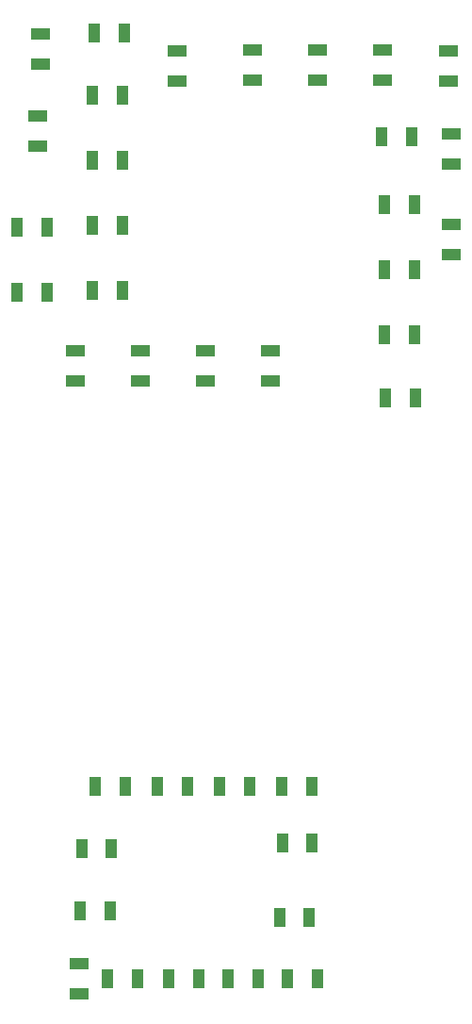
<source format=gbp>
%FSLAX44Y44*%
%MOMM*%
G71*
G01*
G75*
G04 Layer_Color=128*
G04:AMPARAMS|DCode=10|XSize=3.5mm|YSize=2.05mm|CornerRadius=0.5125mm|HoleSize=0mm|Usage=FLASHONLY|Rotation=0.000|XOffset=0mm|YOffset=0mm|HoleType=Round|Shape=RoundedRectangle|*
%AMROUNDEDRECTD10*
21,1,3.5000,1.0250,0,0,0.0*
21,1,2.4750,2.0500,0,0,0.0*
1,1,1.0250,1.2375,-0.5125*
1,1,1.0250,-1.2375,-0.5125*
1,1,1.0250,-1.2375,0.5125*
1,1,1.0250,1.2375,0.5125*
%
%ADD10ROUNDEDRECTD10*%
G04:AMPARAMS|DCode=11|XSize=4mm|YSize=2.05mm|CornerRadius=0.5125mm|HoleSize=0mm|Usage=FLASHONLY|Rotation=0.000|XOffset=0mm|YOffset=0mm|HoleType=Round|Shape=RoundedRectangle|*
%AMROUNDEDRECTD11*
21,1,4.0000,1.0250,0,0,0.0*
21,1,2.9750,2.0500,0,0,0.0*
1,1,1.0250,1.4875,-0.5125*
1,1,1.0250,-1.4875,-0.5125*
1,1,1.0250,-1.4875,0.5125*
1,1,1.0250,1.4875,0.5125*
%
%ADD11ROUNDEDRECTD11*%
G04:AMPARAMS|DCode=12|XSize=3.5mm|YSize=2.05mm|CornerRadius=0.5125mm|HoleSize=0mm|Usage=FLASHONLY|Rotation=0.000|XOffset=0mm|YOffset=0mm|HoleType=Round|Shape=RoundedRectangle|*
%AMROUNDEDRECTD12*
21,1,3.5000,1.0250,0,0,0.0*
21,1,2.4750,2.0500,0,0,0.0*
1,1,1.0250,1.2375,-0.5125*
1,1,1.0250,-1.2375,-0.5125*
1,1,1.0250,-1.2375,0.5125*
1,1,1.0250,1.2375,0.5125*
%
%ADD12ROUNDEDRECTD12*%
G04:AMPARAMS|DCode=13|XSize=2.8mm|YSize=0.5mm|CornerRadius=0.125mm|HoleSize=0mm|Usage=FLASHONLY|Rotation=0.000|XOffset=0mm|YOffset=0mm|HoleType=Round|Shape=RoundedRectangle|*
%AMROUNDEDRECTD13*
21,1,2.8000,0.2500,0,0,0.0*
21,1,2.5500,0.5000,0,0,0.0*
1,1,0.2500,1.2750,-0.1250*
1,1,0.2500,-1.2750,-0.1250*
1,1,0.2500,-1.2750,0.1250*
1,1,0.2500,1.2750,0.1250*
%
%ADD13ROUNDEDRECTD13*%
%ADD14R,1.0000X0.7000*%
%ADD15R,0.8500X0.7000*%
%ADD16R,2.1000X1.4000*%
%ADD17R,1.1000X1.7000*%
%ADD18O,1.6000X0.5500*%
%ADD19R,1.1000X2.6000*%
%ADD20R,1.1000X0.6000*%
%ADD21O,0.4500X1.8000*%
%ADD22R,1.0000X2.1500*%
%ADD23R,3.2500X2.1500*%
%ADD24R,2.6000X1.2000*%
%ADD25R,1.2000X2.6000*%
%ADD26R,1.7000X1.1000*%
%ADD27R,0.9500X1.7000*%
%ADD28R,1.3000X1.9000*%
%ADD29C,0.4500*%
%ADD30R,2.6000X1.1000*%
%ADD31R,0.3000X1.9000*%
%ADD32C,0.3600*%
%ADD33R,1.0000X2.4000*%
%ADD34R,3.3000X2.4000*%
G04:AMPARAMS|DCode=35|XSize=3.5mm|YSize=2.05mm|CornerRadius=0.5125mm|HoleSize=0mm|Usage=FLASHONLY|Rotation=270.000|XOffset=0mm|YOffset=0mm|HoleType=Round|Shape=RoundedRectangle|*
%AMROUNDEDRECTD35*
21,1,3.5000,1.0250,0,0,270.0*
21,1,2.4750,2.0500,0,0,270.0*
1,1,1.0250,-0.5125,-1.2375*
1,1,1.0250,-0.5125,1.2375*
1,1,1.0250,0.5125,1.2375*
1,1,1.0250,0.5125,-1.2375*
%
%ADD35ROUNDEDRECTD35*%
G04:AMPARAMS|DCode=36|XSize=4mm|YSize=2.05mm|CornerRadius=0.5125mm|HoleSize=0mm|Usage=FLASHONLY|Rotation=270.000|XOffset=0mm|YOffset=0mm|HoleType=Round|Shape=RoundedRectangle|*
%AMROUNDEDRECTD36*
21,1,4.0000,1.0250,0,0,270.0*
21,1,2.9750,2.0500,0,0,270.0*
1,1,1.0250,-0.5125,-1.4875*
1,1,1.0250,-0.5125,1.4875*
1,1,1.0250,0.5125,1.4875*
1,1,1.0250,0.5125,-1.4875*
%
%ADD36ROUNDEDRECTD36*%
G04:AMPARAMS|DCode=37|XSize=3.5mm|YSize=2.05mm|CornerRadius=0.5125mm|HoleSize=0mm|Usage=FLASHONLY|Rotation=270.000|XOffset=0mm|YOffset=0mm|HoleType=Round|Shape=RoundedRectangle|*
%AMROUNDEDRECTD37*
21,1,3.5000,1.0250,0,0,270.0*
21,1,2.4750,2.0500,0,0,270.0*
1,1,1.0250,-0.5125,-1.2375*
1,1,1.0250,-0.5125,1.2375*
1,1,1.0250,0.5125,1.2375*
1,1,1.0250,0.5125,-1.2375*
%
%ADD37ROUNDEDRECTD37*%
G04:AMPARAMS|DCode=38|XSize=2.8mm|YSize=0.5mm|CornerRadius=0.125mm|HoleSize=0mm|Usage=FLASHONLY|Rotation=270.000|XOffset=0mm|YOffset=0mm|HoleType=Round|Shape=RoundedRectangle|*
%AMROUNDEDRECTD38*
21,1,2.8000,0.2500,0,0,270.0*
21,1,2.5500,0.5000,0,0,270.0*
1,1,0.2500,-0.1250,-1.2750*
1,1,0.2500,-0.1250,1.2750*
1,1,0.2500,0.1250,1.2750*
1,1,0.2500,0.1250,-1.2750*
%
%ADD38ROUNDEDRECTD38*%
%ADD39R,1.8000X2.0000*%
%ADD40R,3.0000X2.5000*%
%ADD41C,0.2000*%
%ADD42C,0.1000*%
%ADD43C,0.2540*%
%ADD44C,0.8000*%
%ADD45C,1.0000*%
%ADD46C,0.5000*%
%ADD47C,1.4000*%
%ADD48C,1.5000*%
%ADD49R,1.5000X1.5000*%
%ADD50C,0.9000*%
%ADD51C,4.7600*%
%ADD52R,1.6900X1.6900*%
%ADD53C,1.6900*%
%ADD54R,1.5000X1.5000*%
%ADD55C,1.5240*%
%ADD56C,0.4000*%
%ADD57C,7.0000*%
%ADD58C,1.3000*%
%ADD59C,2.1000*%
%ADD60C,1.0160*%
%ADD61C,1.4080*%
%ADD62C,1.4080*%
%ADD63C,3.7680*%
%ADD64C,1.5980*%
%ADD65C,1.8080*%
%ADD66C,0.7080*%
%ADD67C,5.5080*%
%ADD68C,2.1080*%
%ADD69C,0.4000*%
%ADD70C,0.2500*%
%ADD71C,0.6000*%
%ADD72C,0.2032*%
%ADD73C,0.1500*%
%ADD74C,0.7000*%
G04:AMPARAMS|DCode=75|XSize=3.7032mm|YSize=2.2532mm|CornerRadius=0.6141mm|HoleSize=0mm|Usage=FLASHONLY|Rotation=0.000|XOffset=0mm|YOffset=0mm|HoleType=Round|Shape=RoundedRectangle|*
%AMROUNDEDRECTD75*
21,1,3.7032,1.0250,0,0,0.0*
21,1,2.4750,2.2532,0,0,0.0*
1,1,1.2282,1.2375,-0.5125*
1,1,1.2282,-1.2375,-0.5125*
1,1,1.2282,-1.2375,0.5125*
1,1,1.2282,1.2375,0.5125*
%
%ADD75ROUNDEDRECTD75*%
G04:AMPARAMS|DCode=76|XSize=4.2032mm|YSize=2.2532mm|CornerRadius=0.6141mm|HoleSize=0mm|Usage=FLASHONLY|Rotation=0.000|XOffset=0mm|YOffset=0mm|HoleType=Round|Shape=RoundedRectangle|*
%AMROUNDEDRECTD76*
21,1,4.2032,1.0250,0,0,0.0*
21,1,2.9750,2.2532,0,0,0.0*
1,1,1.2282,1.4875,-0.5125*
1,1,1.2282,-1.4875,-0.5125*
1,1,1.2282,-1.4875,0.5125*
1,1,1.2282,1.4875,0.5125*
%
%ADD76ROUNDEDRECTD76*%
G04:AMPARAMS|DCode=77|XSize=3.7032mm|YSize=2.2532mm|CornerRadius=0.6141mm|HoleSize=0mm|Usage=FLASHONLY|Rotation=0.000|XOffset=0mm|YOffset=0mm|HoleType=Round|Shape=RoundedRectangle|*
%AMROUNDEDRECTD77*
21,1,3.7032,1.0250,0,0,0.0*
21,1,2.4750,2.2532,0,0,0.0*
1,1,1.2282,1.2375,-0.5125*
1,1,1.2282,-1.2375,-0.5125*
1,1,1.2282,-1.2375,0.5125*
1,1,1.2282,1.2375,0.5125*
%
%ADD77ROUNDEDRECTD77*%
G04:AMPARAMS|DCode=78|XSize=3.0032mm|YSize=0.7032mm|CornerRadius=0.2266mm|HoleSize=0mm|Usage=FLASHONLY|Rotation=0.000|XOffset=0mm|YOffset=0mm|HoleType=Round|Shape=RoundedRectangle|*
%AMROUNDEDRECTD78*
21,1,3.0032,0.2500,0,0,0.0*
21,1,2.5500,0.7032,0,0,0.0*
1,1,0.4532,1.2750,-0.1250*
1,1,0.4532,-1.2750,-0.1250*
1,1,0.4532,-1.2750,0.1250*
1,1,0.4532,1.2750,0.1250*
%
%ADD78ROUNDEDRECTD78*%
%ADD79R,1.2032X0.9032*%
%ADD80R,1.0532X0.9032*%
%ADD81R,2.3032X1.6032*%
%ADD82R,1.3032X1.9032*%
%ADD83O,1.8032X0.7532*%
%ADD84R,1.3032X2.8032*%
%ADD85R,1.3032X0.8032*%
%ADD86O,0.6532X2.0032*%
%ADD87R,1.2032X2.3532*%
%ADD88R,3.4532X2.3532*%
%ADD89R,2.8032X1.4032*%
%ADD90R,1.4032X2.8032*%
%ADD91R,1.9032X1.3032*%
%ADD92R,1.1532X1.9032*%
%ADD93R,1.5032X2.1032*%
%ADD94C,0.5700*%
%ADD95R,2.8032X1.3032*%
%ADD96R,0.5032X2.1032*%
%ADD97C,0.4800*%
%ADD98R,1.2032X2.6032*%
%ADD99R,3.5032X2.6032*%
G04:AMPARAMS|DCode=100|XSize=3.7032mm|YSize=2.2532mm|CornerRadius=0.6141mm|HoleSize=0mm|Usage=FLASHONLY|Rotation=270.000|XOffset=0mm|YOffset=0mm|HoleType=Round|Shape=RoundedRectangle|*
%AMROUNDEDRECTD100*
21,1,3.7032,1.0250,0,0,270.0*
21,1,2.4750,2.2532,0,0,270.0*
1,1,1.2282,-0.5125,-1.2375*
1,1,1.2282,-0.5125,1.2375*
1,1,1.2282,0.5125,1.2375*
1,1,1.2282,0.5125,-1.2375*
%
%ADD100ROUNDEDRECTD100*%
G04:AMPARAMS|DCode=101|XSize=4.2032mm|YSize=2.2532mm|CornerRadius=0.6141mm|HoleSize=0mm|Usage=FLASHONLY|Rotation=270.000|XOffset=0mm|YOffset=0mm|HoleType=Round|Shape=RoundedRectangle|*
%AMROUNDEDRECTD101*
21,1,4.2032,1.0250,0,0,270.0*
21,1,2.9750,2.2532,0,0,270.0*
1,1,1.2282,-0.5125,-1.4875*
1,1,1.2282,-0.5125,1.4875*
1,1,1.2282,0.5125,1.4875*
1,1,1.2282,0.5125,-1.4875*
%
%ADD101ROUNDEDRECTD101*%
G04:AMPARAMS|DCode=102|XSize=3.7032mm|YSize=2.2532mm|CornerRadius=0.6141mm|HoleSize=0mm|Usage=FLASHONLY|Rotation=270.000|XOffset=0mm|YOffset=0mm|HoleType=Round|Shape=RoundedRectangle|*
%AMROUNDEDRECTD102*
21,1,3.7032,1.0250,0,0,270.0*
21,1,2.4750,2.2532,0,0,270.0*
1,1,1.2282,-0.5125,-1.2375*
1,1,1.2282,-0.5125,1.2375*
1,1,1.2282,0.5125,1.2375*
1,1,1.2282,0.5125,-1.2375*
%
%ADD102ROUNDEDRECTD102*%
G04:AMPARAMS|DCode=103|XSize=3.0032mm|YSize=0.7032mm|CornerRadius=0.2266mm|HoleSize=0mm|Usage=FLASHONLY|Rotation=270.000|XOffset=0mm|YOffset=0mm|HoleType=Round|Shape=RoundedRectangle|*
%AMROUNDEDRECTD103*
21,1,3.0032,0.2500,0,0,270.0*
21,1,2.5500,0.7032,0,0,270.0*
1,1,0.4532,-0.1250,-1.2750*
1,1,0.4532,-0.1250,1.2750*
1,1,0.4532,0.1250,1.2750*
1,1,0.4532,0.1250,-1.2750*
%
%ADD103ROUNDEDRECTD103*%
%ADD104R,2.0032X2.2032*%
%ADD105R,3.2032X2.7032*%
%ADD106C,1.7032*%
%ADD107R,1.7032X1.7032*%
%ADD108C,1.1032*%
%ADD109C,4.9632*%
%ADD110R,1.8932X1.8932*%
%ADD111C,1.8932*%
%ADD112R,1.7032X1.7032*%
%ADD113C,1.7272*%
%ADD114C,0.6032*%
%ADD115C,7.2032*%
%ADD116C,1.5032*%
%ADD117C,2.3032*%
D17*
X1387420Y1123560D02*
D03*
X1414420D02*
D03*
X1321580Y1296280D02*
D03*
X1348580D02*
D03*
X1336350Y1240400D02*
D03*
X1309350D02*
D03*
X1332810Y1123560D02*
D03*
X1359810D02*
D03*
X1440760D02*
D03*
X1467760D02*
D03*
X1494100D02*
D03*
X1521100D02*
D03*
X1377460Y1296280D02*
D03*
X1404460D02*
D03*
X1433340D02*
D03*
X1460340D02*
D03*
X1489220D02*
D03*
X1516220D02*
D03*
X1489690Y1245480D02*
D03*
X1516690D02*
D03*
X1308080Y1184520D02*
D03*
X1335080D02*
D03*
X1487150Y1178170D02*
D03*
X1514150D02*
D03*
X1346010Y1916370D02*
D03*
X1319010D02*
D03*
X1346010Y1857950D02*
D03*
X1319010D02*
D03*
Y1799530D02*
D03*
X1346010D02*
D03*
X1319010Y1741110D02*
D03*
X1346010D02*
D03*
X1251700Y1739840D02*
D03*
X1278700D02*
D03*
X1251700Y1798260D02*
D03*
X1278700D02*
D03*
X1609700Y1644590D02*
D03*
X1582700D02*
D03*
X1321080Y1972250D02*
D03*
X1348080D02*
D03*
X1605890Y1879540D02*
D03*
X1578890D02*
D03*
X1581900Y1818580D02*
D03*
X1608900D02*
D03*
X1581900Y1760160D02*
D03*
X1608900D02*
D03*
X1581900Y1701740D02*
D03*
X1608900D02*
D03*
D26*
X1307610Y1137060D02*
D03*
Y1110060D02*
D03*
X1641920Y1773330D02*
D03*
Y1800330D02*
D03*
Y1881610D02*
D03*
Y1854610D02*
D03*
X1639380Y1956540D02*
D03*
Y1929540D02*
D03*
X1269810Y1898120D02*
D03*
Y1871120D02*
D03*
X1272350Y1971780D02*
D03*
Y1944780D02*
D03*
X1579690Y1930340D02*
D03*
Y1957340D02*
D03*
X1521270Y1930340D02*
D03*
Y1957340D02*
D03*
X1462850D02*
D03*
Y1930340D02*
D03*
X1395540Y1956540D02*
D03*
Y1929540D02*
D03*
X1479360Y1659830D02*
D03*
Y1686830D02*
D03*
X1420940Y1659830D02*
D03*
Y1686830D02*
D03*
X1362520D02*
D03*
Y1659830D02*
D03*
X1304100Y1686830D02*
D03*
Y1659830D02*
D03*
M02*

</source>
